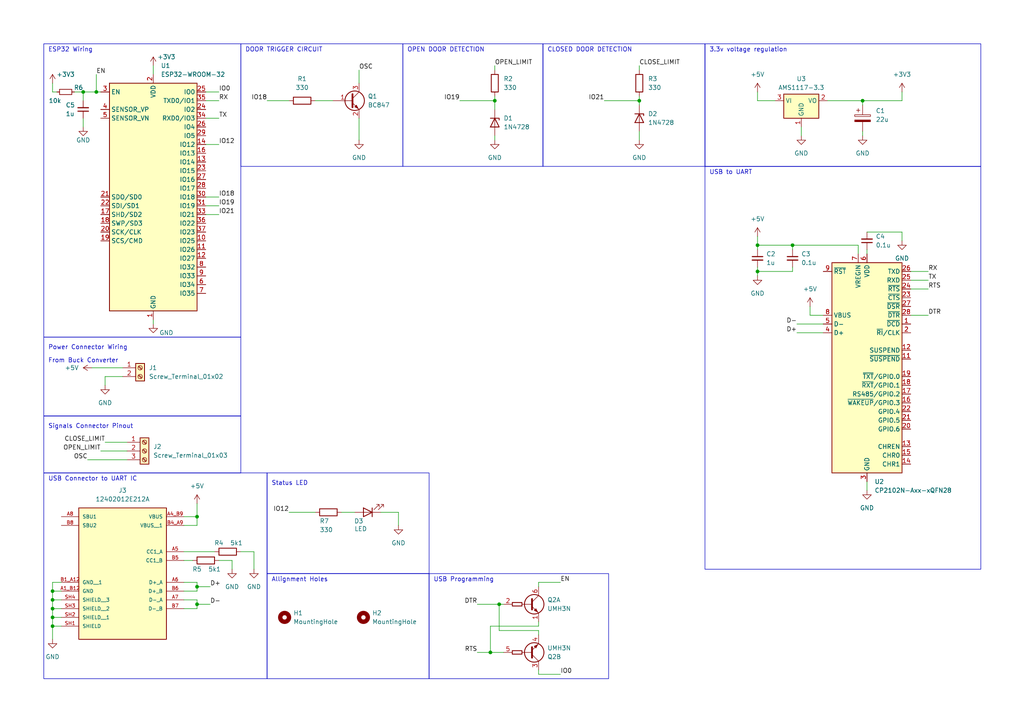
<source format=kicad_sch>
(kicad_sch (version 20230121) (generator eeschema)
  (paper "A4")
  (lib_symbols
    (symbol "Connector:Screw_Terminal_01x02" (pin_names (offset 1.016) hide)
      (property "Reference" "J" (at 0 2.54 0))
      (property "Value" "Screw_Terminal_01x02" (at 0 -5.08 0))
      (symbol "Screw_Terminal_01x02_1_1"
        (rectangle (start -1.27 1.27) (end 1.27 -3.81) (stroke (width 0.254)) (fill (type background)))
        (circle (center 0 -2.54) (radius 0.635) (stroke (width 0.1524)))
        (polyline (pts (xy -0.5334 -2.2098) (xy 0.3302 -3.048)) (stroke (width 0.1524)))
        (polyline (pts (xy -0.5334 0.3302) (xy 0.3302 -0.508)) (stroke (width 0.1524)))
        (polyline (pts (xy -0.3556 -2.032) (xy 0.508 -2.8702)) (stroke (width 0.1524)))
        (polyline (pts (xy -0.3556 0.508) (xy 0.508 -0.3302)) (stroke (width 0.1524)))
        (circle (center 0 0) (radius 0.635) (stroke (width 0.1524)))
        (pin passive line (at -5.08 0 0) (length 3.81) (name "Pin_1") (number "1"))
        (pin passive line (at -5.08 -2.54 0) (length 3.81) (name "Pin_2") (number "2"))
      )
    )
    (symbol "Connector:Screw_Terminal_01x03" (pin_names (offset 1.016) hide)
      (property "Reference" "J" (at 0 5.08 0))
      (property "Value" "Screw_Terminal_01x03" (at 0 -5.08 0))
      (symbol "Screw_Terminal_01x03_1_1"
        (rectangle (start -1.27 3.81) (end 1.27 -3.81) (stroke (width 0.254)) (fill (type background)))
        (circle (center 0 -2.54) (radius 0.635) (stroke (width 0.1524)))
        (polyline (pts (xy -0.5334 -2.2098) (xy 0.3302 -3.048)) (stroke (width 0.1524)))
        (polyline (pts (xy -0.5334 0.3302) (xy 0.3302 -0.508)) (stroke (width 0.1524)))
        (polyline (pts (xy -0.5334 2.8702) (xy 0.3302 2.032)) (stroke (width 0.1524)))
        (polyline (pts (xy -0.3556 -2.032) (xy 0.508 -2.8702)) (stroke (width 0.1524)))
        (polyline (pts (xy -0.3556 0.508) (xy 0.508 -0.3302)) (stroke (width 0.1524)))
        (polyline (pts (xy -0.3556 3.048) (xy 0.508 2.2098)) (stroke (width 0.1524)))
        (circle (center 0 0) (radius 0.635) (stroke (width 0.1524)))
        (circle (center 0 2.54) (radius 0.635) (stroke (width 0.1524)))
        (pin passive line (at -5.08 2.54 0) (length 3.81) (name "Pin_1") (number "1"))
        (pin passive line (at -5.08 0 0) (length 3.81) (name "Pin_2") (number "2"))
        (pin passive line (at -5.08 -2.54 0) (length 3.81) (name "Pin_3") (number "3"))
      )
    )
    (symbol "Device:C_Polarized" (pin_numbers hide) (pin_names (offset 0.254))
      (property "Reference" "C" (at 0.635 2.54 0))
      (property "Value" "C_Polarized" (at 0.635 -2.54 0))
      (symbol "C_Polarized_0_1"
        (rectangle (start -2.286 0.508) (end 2.286 1.016))
        (polyline (pts (xy -1.778 2.286) (xy -0.762 2.286)))
        (polyline (pts (xy -1.27 2.794) (xy -1.27 1.778)))
        (rectangle (start 2.286 -0.508) (end -2.286 -1.016) (fill (type outline)))
      )
      (symbol "C_Polarized_1_1"
        (pin passive line (at 0 3.81 270) (length 2.794) (name "~") (number "1"))
        (pin passive line (at 0 -3.81 90) (length 2.794) (name "~") (number "2"))
      )
    )
    (symbol "Device:C_Small" (pin_numbers hide) (pin_names (offset 0.254) hide)
      (property "Reference" "C" (at 0.254 1.778 0))
      (property "Value" "C_Small" (at 0.254 -2.032 0))
      (symbol "C_Small_0_1"
        (polyline (pts (xy -1.524 -0.508) (xy 1.524 -0.508)) (stroke (width 0.3302)))
        (polyline (pts (xy -1.524 0.508) (xy 1.524 0.508)) (stroke (width 0.3048)))
      )
      (symbol "C_Small_1_1"
        (pin passive line (at 0 2.54 270) (length 2.032) (name "~") (number "1"))
        (pin passive line (at 0 -2.54 90) (length 2.032) (name "~") (number "2"))
      )
    )
    (symbol "Device:LED" (pin_numbers hide) (pin_names (offset 1.016) hide)
      (property "Reference" "D" (at 0 2.54 0))
      (property "Value" "LED" (at 0 -2.54 0))
      (symbol "LED_0_1"
        (polyline (pts (xy -1.27 -1.27) (xy -1.27 1.27)) (stroke (width 0.254)))
        (polyline (pts (xy -1.27 0) (xy 1.27 0)))
        (polyline (pts (xy 1.27 -1.27) (xy 1.27 1.27) (xy -1.27 0) (xy 1.27 -1.27)) (stroke (width 0.254)))
        (polyline (pts (xy -3.048 -0.762) (xy -4.572 -2.286) (xy -3.81 -2.286) (xy -4.572 -2.286) (xy -4.572 -1.524)))
        (polyline (pts (xy -1.778 -0.762) (xy -3.302 -2.286) (xy -2.54 -2.286) (xy -3.302 -2.286) (xy -3.302 -1.524)))
      )
      (symbol "LED_1_1"
        (pin passive line (at -3.81 0 0) (length 2.54) (name "K") (number "1"))
        (pin passive line (at 3.81 0 180) (length 2.54) (name "A") (number "2"))
      )
    )
    (symbol "Device:R" (pin_numbers hide) (pin_names (offset 0))
      (property "Reference" "R" (at 2.032 0 90))
      (property "Value" "R" (at 0 0 90))
      (symbol "R_0_1"
        (rectangle (start -1.016 -2.54) (end 1.016 2.54) (stroke (width 0.254)))
      )
      (symbol "R_1_1"
        (pin passive line (at 0 3.81 270) (length 1.27) (name "~") (number "1"))
        (pin passive line (at 0 -3.81 90) (length 1.27) (name "~") (number "2"))
      )
    )
    (symbol "Device:R_Small" (pin_numbers hide) (pin_names (offset 0.254) hide)
      (property "Reference" "R" (at 0.762 0.508 0))
      (property "Value" "R_Small" (at 0.762 -1.016 0))
      (symbol "R_Small_0_1"
        (rectangle (start -0.762 1.778) (end 0.762 -1.778) (stroke (width 0.2032)))
      )
      (symbol "R_Small_1_1"
        (pin passive line (at 0 2.54 270) (length 0.762) (name "~") (number "1"))
        (pin passive line (at 0 -2.54 90) (length 0.762) (name "~") (number "2"))
      )
    )
    (symbol "Diode:1N47xxA" (pin_numbers hide) (pin_names hide)
      (property "Reference" "D" (at 0 2.54 0))
      (property "Value" "1N47xxA" (at 0 -2.54 0))
      (symbol "1N47xxA_0_1"
        (polyline (pts (xy 1.27 0) (xy -1.27 0)))
        (polyline (pts (xy -1.27 -1.27) (xy -1.27 1.27) (xy -0.762 1.27)) (stroke (width 0.254)))
        (polyline (pts (xy 1.27 -1.27) (xy 1.27 1.27) (xy -1.27 0) (xy 1.27 -1.27)) (stroke (width 0.254)))
      )
      (symbol "1N47xxA_1_1"
        (pin passive line (at -3.81 0 0) (length 2.54) (name "K") (number "1"))
        (pin passive line (at 3.81 0 180) (length 2.54) (name "A") (number "2"))
      )
    )
    (symbol "Interface_USB:CP2102N-Axx-xQFN28"
      (property "Reference" "U" (at -8.89 31.75 0))
      (property "Value" "CP2102N-Axx-xQFN28" (at 12.7 31.75 0))
      (symbol "CP2102N-Axx-xQFN28_0_1"
        (rectangle (start -10.16 30.48) (end 10.16 -30.48) (stroke (width 0.254)) (fill (type background)))
      )
      (symbol "CP2102N-Axx-xQFN28_1_1"
        (pin input line (at 12.7 12.7 180) (length 2.54) (name "~{DCD}") (number "1"))
        (pin no_connect line (at -10.16 -27.94 0) (length 2.54) hide (name "NC") (number "10"))
        (pin output line (at 12.7 2.54 180) (length 2.54) (name "~{SUSPEND}") (number "11"))
        (pin output line (at 12.7 5.08 180) (length 2.54) (name "SUSPEND") (number "12"))
        (pin output line (at 12.7 -22.86 180) (length 2.54) (name "CHREN") (number "13"))
        (pin output line (at 12.7 -27.94 180) (length 2.54) (name "CHR1") (number "14"))
        (pin output line (at 12.7 -25.4 180) (length 2.54) (name "CHR0") (number "15"))
        (pin bidirectional line (at 12.7 -10.16 180) (length 2.54) (name "~{WAKEUP}/GPIO.3") (number "16"))
        (pin bidirectional line (at 12.7 -7.62 180) (length 2.54) (name "RS485/GPIO.2") (number "17"))
        (pin bidirectional line (at 12.7 -5.08 180) (length 2.54) (name "~{RXT}/GPIO.1") (number "18"))
        (pin bidirectional line (at 12.7 -2.54 180) (length 2.54) (name "~{TXT}/GPIO.0") (number "19"))
        (pin bidirectional line (at 12.7 10.16 180) (length 2.54) (name "~{RI}/CLK") (number "2"))
        (pin bidirectional line (at 12.7 -17.78 180) (length 2.54) (name "GPIO.6") (number "20"))
        (pin bidirectional line (at 12.7 -15.24 180) (length 2.54) (name "GPIO.5") (number "21"))
        (pin bidirectional line (at 12.7 -12.7 180) (length 2.54) (name "GPIO.4") (number "22"))
        (pin input line (at 12.7 20.32 180) (length 2.54) (name "~{CTS}") (number "23"))
        (pin output line (at 12.7 22.86 180) (length 2.54) (name "~{RTS}") (number "24"))
        (pin input line (at 12.7 25.4 180) (length 2.54) (name "RXD") (number "25"))
        (pin output line (at 12.7 27.94 180) (length 2.54) (name "TXD") (number "26"))
        (pin input line (at 12.7 17.78 180) (length 2.54) (name "~{DSR}") (number "27"))
        (pin output line (at 12.7 15.24 180) (length 2.54) (name "~{DTR}") (number "28"))
        (pin passive line (at 0 -33.02 90) (length 2.54) hide (name "GND") (number "29"))
        (pin power_in line (at 0 -33.02 90) (length 2.54) (name "GND") (number "3"))
        (pin bidirectional line (at -12.7 10.16 0) (length 2.54) (name "D+") (number "4"))
        (pin bidirectional line (at -12.7 12.7 0) (length 2.54) (name "D-") (number "5"))
        (pin power_in line (at 0 33.02 270) (length 2.54) (name "VDD") (number "6"))
        (pin power_in line (at -2.54 33.02 270) (length 2.54) (name "VREGIN") (number "7"))
        (pin input line (at -12.7 15.24 0) (length 2.54) (name "VBUS") (number "8"))
        (pin input line (at -12.7 27.94 0) (length 2.54) (name "~{RST}") (number "9"))
      )
    )
    (symbol "Mechanical:MountingHole" (pin_names (offset 1.016))
      (property "Reference" "H" (at 0 5.08 0))
      (property "Value" "MountingHole" (at 0 3.175 0))
      (symbol "MountingHole_0_1"
        (circle (center 0 0) (radius 1.27) (stroke (width 1.27)))
      )
    )
    (symbol "RF_Module:ESP32-WROOM-32"
      (property "Reference" "U" (at -12.7 34.29 0))
      (property "Value" "ESP32-WROOM-32" (at 1.27 34.29 0))
      (symbol "ESP32-WROOM-32_0_1"
        (rectangle (start -12.7 33.02) (end 12.7 -33.02) (stroke (width 0.254)) (fill (type background)))
      )
      (symbol "ESP32-WROOM-32_1_1"
        (pin power_in line (at 0 -35.56 90) (length 2.54) (name "GND") (number "1"))
        (pin bidirectional line (at 15.24 -12.7 180) (length 2.54) (name "IO25") (number "10"))
        (pin bidirectional line (at 15.24 -15.24 180) (length 2.54) (name "IO26") (number "11"))
        (pin bidirectional line (at 15.24 -17.78 180) (length 2.54) (name "IO27") (number "12"))
        (pin bidirectional line (at 15.24 10.16 180) (length 2.54) (name "IO14") (number "13"))
        (pin bidirectional line (at 15.24 15.24 180) (length 2.54) (name "IO12") (number "14"))
        (pin passive line (at 0 -35.56 90) (length 2.54) hide (name "GND") (number "15"))
        (pin bidirectional line (at 15.24 12.7 180) (length 2.54) (name "IO13") (number "16"))
        (pin bidirectional line (at -15.24 -5.08 0) (length 2.54) (name "SHD/SD2") (number "17"))
        (pin bidirectional line (at -15.24 -7.62 0) (length 2.54) (name "SWP/SD3") (number "18"))
        (pin bidirectional line (at -15.24 -12.7 0) (length 2.54) (name "SCS/CMD") (number "19"))
        (pin power_in line (at 0 35.56 270) (length 2.54) (name "VDD") (number "2"))
        (pin bidirectional line (at -15.24 -10.16 0) (length 2.54) (name "SCK/CLK") (number "20"))
        (pin bidirectional line (at -15.24 0 0) (length 2.54) (name "SDO/SD0") (number "21"))
        (pin bidirectional line (at -15.24 -2.54 0) (length 2.54) (name "SDI/SD1") (number "22"))
        (pin bidirectional line (at 15.24 7.62 180) (length 2.54) (name "IO15") (number "23"))
        (pin bidirectional line (at 15.24 25.4 180) (length 2.54) (name "IO2") (number "24"))
        (pin bidirectional line (at 15.24 30.48 180) (length 2.54) (name "IO0") (number "25"))
        (pin bidirectional line (at 15.24 20.32 180) (length 2.54) (name "IO4") (number "26"))
        (pin bidirectional line (at 15.24 5.08 180) (length 2.54) (name "IO16") (number "27"))
        (pin bidirectional line (at 15.24 2.54 180) (length 2.54) (name "IO17") (number "28"))
        (pin bidirectional line (at 15.24 17.78 180) (length 2.54) (name "IO5") (number "29"))
        (pin input line (at -15.24 30.48 0) (length 2.54) (name "EN") (number "3"))
        (pin bidirectional line (at 15.24 0 180) (length 2.54) (name "IO18") (number "30"))
        (pin bidirectional line (at 15.24 -2.54 180) (length 2.54) (name "IO19") (number "31"))
        (pin no_connect line (at -12.7 -27.94 0) (length 2.54) hide (name "NC") (number "32"))
        (pin bidirectional line (at 15.24 -5.08 180) (length 2.54) (name "IO21") (number "33"))
        (pin bidirectional line (at 15.24 22.86 180) (length 2.54) (name "RXD0/IO3") (number "34"))
        (pin bidirectional line (at 15.24 27.94 180) (length 2.54) (name "TXD0/IO1") (number "35"))
        (pin bidirectional line (at 15.24 -7.62 180) (length 2.54) (name "IO22") (number "36"))
        (pin bidirectional line (at 15.24 -10.16 180) (length 2.54) (name "IO23") (number "37"))
        (pin passive line (at 0 -35.56 90) (length 2.54) hide (name "GND") (number "38"))
        (pin passive line (at 0 -35.56 90) (length 2.54) hide (name "GND") (number "39"))
        (pin input line (at -15.24 25.4 0) (length 2.54) (name "SENSOR_VP") (number "4"))
        (pin input line (at -15.24 22.86 0) (length 2.54) (name "SENSOR_VN") (number "5"))
        (pin input line (at 15.24 -25.4 180) (length 2.54) (name "IO34") (number "6"))
        (pin input line (at 15.24 -27.94 180) (length 2.54) (name "IO35") (number "7"))
        (pin bidirectional line (at 15.24 -20.32 180) (length 2.54) (name "IO32") (number "8"))
        (pin bidirectional line (at 15.24 -22.86 180) (length 2.54) (name "IO33") (number "9"))
      )
    )
    (symbol "Regulator_Linear:AMS1117-3.3"
      (property "Reference" "U" (at -3.81 3.175 0))
      (property "Value" "AMS1117-3.3" (at 0 3.175 0))
      (symbol "AMS1117-3.3_0_1"
        (rectangle (start -5.08 -5.08) (end 5.08 1.905) (stroke (width 0.254)) (fill (type background)))
      )
      (symbol "AMS1117-3.3_1_1"
        (pin power_in line (at 0 -7.62 90) (length 2.54) (name "GND") (number "1"))
        (pin power_out line (at 7.62 0 180) (length 2.54) (name "VO") (number "2"))
        (pin power_in line (at -7.62 0 0) (length 2.54) (name "VI") (number "3"))
      )
    )
    (symbol "Transistor_BJT:BC847" (pin_names (offset 0) hide)
      (property "Reference" "Q" (at 5.08 1.905 0))
      (property "Value" "BC847" (at 5.08 0 0))
      (symbol "BC847_0_1"
        (polyline (pts (xy 0.635 0.635) (xy 2.54 2.54)))
        (polyline (pts (xy 0.635 -0.635) (xy 2.54 -2.54) (xy 2.54 -2.54)))
        (polyline (pts (xy 0.635 1.905) (xy 0.635 -1.905) (xy 0.635 -1.905)) (stroke (width 0.508)))
        (polyline (pts (xy 1.27 -1.778) (xy 1.778 -1.27) (xy 2.286 -2.286) (xy 1.27 -1.778) (xy 1.27 -1.778)) (fill (type outline)))
        (circle (center 1.27 0) (radius 2.8194) (stroke (width 0.254)))
      )
      (symbol "BC847_1_1"
        (pin input line (at -5.08 0 0) (length 5.715) (name "B") (number "1"))
        (pin passive line (at 2.54 -5.08 90) (length 2.54) (name "E") (number "2"))
        (pin passive line (at 2.54 5.08 270) (length 2.54) (name "C") (number "3"))
      )
    )
    (symbol "Transistor_BJT:UMH3N" (pin_names hide)
      (property "Reference" "Q" (at 7.62 1.27 0))
      (property "Value" "UMH3N" (at 7.62 -1.27 0))
      (symbol "UMH3N_0_1"
        (polyline (pts (xy 3.175 0) (xy 0.254 0)))
        (polyline (pts (xy 3.175 0.635) (xy 5.08 2.54)))
        (polyline (pts (xy 3.175 1.524) (xy 3.175 -1.524)) (stroke (width 0.508)))
        (polyline (pts (xy 3.175 -0.635) (xy 5.08 -2.54) (xy 5.08 -2.54)))
        (polyline (pts (xy 3.81 -1.778) (xy 4.318 -1.27) (xy 4.826 -2.286) (xy 3.81 -1.778) (xy 3.81 -1.778)) (fill (type outline)))
        (rectangle (start 0.254 0.508) (end -2.54 -0.508) (stroke (width 0.254)))
        (circle (center 3.81 0) (radius 2.8194) (stroke (width 0.254)))
      )
      (symbol "UMH3N_1_1"
        (pin passive line (at 5.08 -5.08 90) (length 2.54) (name "E1") (number "1"))
        (pin input line (at -5.08 0 0) (length 2.54) (name "B1") (number "2"))
        (pin passive line (at 5.08 5.08 270) (length 2.54) (name "C1") (number "6"))
      )
      (symbol "UMH3N_2_1"
        (pin passive line (at 5.08 5.08 270) (length 2.54) (name "C2") (number "3"))
        (pin passive line (at 5.08 -5.08 90) (length 2.54) (name "E2") (number "4"))
        (pin input line (at -5.08 0 0) (length 2.54) (name "B2") (number "5"))
      )
    )
    (symbol "USB_C_2.0:12402012E212A" (pin_names (offset 1.016))
      (property "Reference" "J4" (at 0 17.78 0))
      (property "Value" "12402012E212A" (at 0 15.24 0))
      (symbol "12402012E212A_0_0"
        (rectangle (start -12.7 12.7) (end 12.7 -25.4) (stroke (width 0.254)) (fill (type background)))
        (pin power_in line (at -17.78 -11.43 0) (length 5.08) (name "GND") (number "A1_B12"))
        (pin power_in line (at 17.78 10.16 180) (length 5.08) (name "VBUS") (number "A4_B9"))
        (pin bidirectional line (at 17.78 0 180) (length 5.08) (name "CC1_A") (number "A5"))
        (pin bidirectional line (at 17.78 -8.89 180) (length 5.08) (name "D+_A") (number "A6"))
        (pin bidirectional line (at 17.78 -13.97 180) (length 5.08) (name "D-_A") (number "A7"))
        (pin bidirectional line (at -17.78 10.16 0) (length 5.08) (name "SBU1") (number "A8"))
        (pin power_in line (at -17.78 -8.89 0) (length 5.08) (name "GND__1") (number "B1_A12"))
        (pin power_in line (at 17.78 7.62 180) (length 5.08) (name "VBUS__1") (number "B4_A9"))
        (pin bidirectional line (at 17.78 -2.54 180) (length 5.08) (name "CC1_B") (number "B5"))
        (pin bidirectional line (at 17.78 -11.43 180) (length 5.08) (name "D+_B") (number "B6"))
        (pin bidirectional line (at 17.78 -16.51 180) (length 5.08) (name "D-_B") (number "B7"))
        (pin bidirectional line (at -17.78 7.62 0) (length 5.08) (name "SBU2") (number "B8"))
        (pin passive line (at -17.78 -21.59 0) (length 5.08) (name "SHIELD") (number "SH1"))
        (pin passive line (at -17.78 -19.05 0) (length 5.08) (name "SHIELD__1") (number "SH2"))
        (pin passive line (at -17.78 -16.51 0) (length 5.08) (name "SHIELD__2") (number "SH3"))
        (pin passive line (at -17.78 -13.97 0) (length 5.08) (name "SHIELD__3") (number "SH4"))
      )
    )
    (symbol "power:+3V3" (power) (pin_names (offset 0))
      (property "Value" "+3V3" (at 0 3.556 0))
      (symbol "+3V3_0_1"
        (polyline (pts (xy -0.762 1.27) (xy 0 2.54)))
        (polyline (pts (xy 0 0) (xy 0 2.54)))
        (polyline (pts (xy 0 2.54) (xy 0.762 1.27)))
      )
      (symbol "+3V3_1_1"
        (pin power_in line (at 0 0 90) (length 0) hide (name "+3V3") (number "1"))
      )
    )
    (symbol "power:+5V" (power) (pin_names (offset 0))
      (property "Value" "+5V" (at 0 3.556 0))
      (symbol "+5V_0_1"
        (polyline (pts (xy -0.762 1.27) (xy 0 2.54)))
        (polyline (pts (xy 0 0) (xy 0 2.54)))
        (polyline (pts (xy 0 2.54) (xy 0.762 1.27)))
      )
      (symbol "+5V_1_1"
        (pin power_in line (at 0 0 90) (length 0) hide (name "+5V") (number "1"))
      )
    )
    (symbol "power:GND" (power) (pin_names (offset 0))
      (property "Value" "GND" (at 0 -3.81 0))
      (symbol "GND_0_1"
        (polyline (pts (xy 0 0) (xy 0 -1.27) (xy 1.27 -1.27) (xy 0 -2.54) (xy -1.27 -1.27) (xy 0 -1.27)))
      )
      (symbol "GND_1_1"
        (pin power_in line (at 0 0 270) (length 0) hide (name "GND") (number "1"))
      )
    )
  )
  (junction (at 143.51 29.21))
  (junction (at 144.78 175.26))
  (junction (at 142.24 189.23))
  (junction (at 15.24 176.53))
  (junction (at 15.24 171.45))
  (junction (at 57.15 170.18))
  (junction (at 15.24 173.99))
  (junction (at 15.24 179.07))
  (junction (at 250.19 29.21))
  (junction (at 219.71 78.74))
  (junction (at 24.13 26.67))
  (junction (at 15.24 181.61))
  (junction (at 229.87 71.12))
  (junction (at 27.94 26.67))
  (junction (at 57.15 149.86))
  (junction (at 219.71 71.12))
  (junction (at 57.15 175.26))
  (junction (at 185.42 29.21))
  (wire (pts (xy 15.24 179.07) (xy 17.78 179.07)))
  (wire (pts (xy 15.24 24.13) (xy 15.24 26.67)))
  (wire (pts (xy 53.34 149.86) (xy 57.15 149.86)))
  (wire (pts (xy 63.5 29.21) (xy 59.69 29.21)))
  (wire (pts (xy 59.69 26.67) (xy 63.5 26.67)))
  (wire (pts (xy 156.21 195.58) (xy 162.56 195.58)))
  (wire (pts (xy 142.24 181.61) (xy 142.24 189.23)))
  (wire (pts (xy 229.87 78.74) (xy 219.71 78.74)))
  (wire (pts (xy 219.71 26.67) (xy 219.71 29.21)))
  (wire (pts (xy 264.16 81.28) (xy 269.24 81.28)))
  (wire (pts (xy 27.94 26.67) (xy 29.21 26.67)))
  (wire (pts (xy 248.92 71.12) (xy 248.92 73.66)))
  (wire (pts (xy 185.42 20.32) (xy 185.42 19.05)))
  (wire (pts (xy 232.41 36.83) (xy 232.41 39.37)))
  (wire (pts (xy 219.71 80.01) (xy 219.71 78.74)))
  (wire (pts (xy 250.19 30.48) (xy 250.19 29.21)))
  (wire (pts (xy 229.87 77.47) (xy 229.87 78.74)))
  (wire (pts (xy 59.69 62.23) (xy 63.5 62.23)))
  (wire (pts (xy 250.19 38.1) (xy 250.19 39.37)))
  (wire (pts (xy 219.71 78.74) (xy 219.71 77.47)))
  (wire (pts (xy 104.14 34.29) (xy 104.14 40.64)))
  (wire (pts (xy 44.45 19.05) (xy 44.45 21.59)))
  (wire (pts (xy 156.21 181.61) (xy 142.24 181.61)))
  (wire (pts (xy 142.24 189.23) (xy 146.05 189.23)))
  (wire (pts (xy 29.21 130.81) (xy 36.83 130.81)))
  (wire (pts (xy 251.46 139.7) (xy 251.46 142.24)))
  (wire (pts (xy 57.15 168.91) (xy 57.15 170.18)))
  (wire (pts (xy 15.24 179.07) (xy 15.24 181.61)))
  (wire (pts (xy 264.16 83.82) (xy 269.24 83.82)))
  (wire (pts (xy 24.13 26.67) (xy 24.13 29.21)))
  (wire (pts (xy 156.21 170.18) (xy 156.21 168.91)))
  (wire (pts (xy 15.24 181.61) (xy 17.78 181.61)))
  (wire (pts (xy 143.51 19.05) (xy 143.51 20.32)))
  (wire (pts (xy 229.87 72.39) (xy 229.87 71.12)))
  (wire (pts (xy 67.31 162.56) (xy 67.31 165.1)))
  (wire (pts (xy 144.78 175.26) (xy 146.05 175.26)))
  (wire (pts (xy 57.15 176.53) (xy 53.34 176.53)))
  (wire (pts (xy 24.13 36.83) (xy 24.13 34.29)))
  (wire (pts (xy 59.69 41.91) (xy 63.5 41.91)))
  (wire (pts (xy 53.34 173.99) (xy 57.15 173.99)))
  (wire (pts (xy 231.14 96.52) (xy 238.76 96.52)))
  (wire (pts (xy 57.15 173.99) (xy 57.15 175.26)))
  (wire (pts (xy 185.42 29.21) (xy 185.42 30.48)))
  (wire (pts (xy 185.42 40.64) (xy 185.42 38.1)))
  (wire (pts (xy 264.16 78.74) (xy 269.24 78.74)))
  (wire (pts (xy 99.06 148.59) (xy 102.87 148.59)))
  (wire (pts (xy 234.95 88.9) (xy 234.95 91.44)))
  (wire (pts (xy 143.51 40.64) (xy 143.51 39.37)))
  (wire (pts (xy 264.16 91.44) (xy 269.24 91.44)))
  (wire (pts (xy 261.62 26.67) (xy 261.62 29.21)))
  (wire (pts (xy 15.24 26.67) (xy 16.51 26.67)))
  (wire (pts (xy 156.21 168.91) (xy 162.56 168.91)))
  (wire (pts (xy 24.13 26.67) (xy 27.94 26.67)))
  (wire (pts (xy 143.51 29.21) (xy 143.51 31.75)))
  (wire (pts (xy 15.24 173.99) (xy 17.78 173.99)))
  (wire (pts (xy 219.71 71.12) (xy 219.71 72.39)))
  (wire (pts (xy 250.19 29.21) (xy 261.62 29.21)))
  (wire (pts (xy 57.15 170.18) (xy 60.96 170.18)))
  (wire (pts (xy 44.45 92.71) (xy 44.45 93.98)))
  (wire (pts (xy 57.15 149.86) (xy 57.15 146.05)))
  (wire (pts (xy 30.48 109.22) (xy 35.56 109.22)))
  (wire (pts (xy 144.78 175.26) (xy 144.78 182.88)))
  (wire (pts (xy 138.43 175.26) (xy 144.78 175.26)))
  (wire (pts (xy 229.87 71.12) (xy 248.92 71.12)))
  (wire (pts (xy 63.5 34.29) (xy 59.69 34.29)))
  (wire (pts (xy 63.5 162.56) (xy 67.31 162.56)))
  (wire (pts (xy 25.4 133.35) (xy 36.83 133.35)))
  (wire (pts (xy 219.71 68.58) (xy 219.71 71.12)))
  (wire (pts (xy 240.03 29.21) (xy 250.19 29.21)))
  (wire (pts (xy 175.26 29.21) (xy 185.42 29.21)))
  (wire (pts (xy 219.71 29.21) (xy 224.79 29.21)))
  (wire (pts (xy 57.15 152.4) (xy 57.15 149.86)))
  (wire (pts (xy 104.14 20.32) (xy 104.14 24.13)))
  (wire (pts (xy 57.15 175.26) (xy 60.96 175.26)))
  (wire (pts (xy 15.24 171.45) (xy 17.78 171.45)))
  (wire (pts (xy 15.24 176.53) (xy 17.78 176.53)))
  (wire (pts (xy 110.49 148.59) (xy 115.57 148.59)))
  (wire (pts (xy 57.15 170.18) (xy 57.15 171.45)))
  (wire (pts (xy 73.66 160.02) (xy 73.66 165.1)))
  (wire (pts (xy 219.71 71.12) (xy 229.87 71.12)))
  (wire (pts (xy 59.69 59.69) (xy 63.5 59.69)))
  (wire (pts (xy 115.57 148.59) (xy 115.57 152.4)))
  (wire (pts (xy 156.21 184.15) (xy 156.21 182.88)))
  (wire (pts (xy 77.47 29.21) (xy 83.82 29.21)))
  (wire (pts (xy 156.21 182.88) (xy 144.78 182.88)))
  (wire (pts (xy 185.42 29.21) (xy 185.42 27.94)))
  (wire (pts (xy 69.85 160.02) (xy 73.66 160.02)))
  (wire (pts (xy 30.48 111.76) (xy 30.48 109.22)))
  (wire (pts (xy 138.43 189.23) (xy 142.24 189.23)))
  (wire (pts (xy 15.24 168.91) (xy 15.24 171.45)))
  (wire (pts (xy 26.67 106.68) (xy 35.56 106.68)))
  (wire (pts (xy 234.95 91.44) (xy 238.76 91.44)))
  (wire (pts (xy 251.46 72.39) (xy 251.46 73.66)))
  (wire (pts (xy 83.82 148.59) (xy 91.44 148.59)))
  (wire (pts (xy 143.51 27.94) (xy 143.51 29.21)))
  (wire (pts (xy 15.24 181.61) (xy 15.24 185.42)))
  (wire (pts (xy 231.14 93.98) (xy 238.76 93.98)))
  (wire (pts (xy 53.34 152.4) (xy 57.15 152.4)))
  (wire (pts (xy 63.5 57.15) (xy 59.69 57.15)))
  (wire (pts (xy 156.21 195.58) (xy 156.21 194.31)))
  (wire (pts (xy 57.15 175.26) (xy 57.15 176.53)))
  (wire (pts (xy 53.34 160.02) (xy 62.23 160.02)))
  (wire (pts (xy 53.34 171.45) (xy 57.15 171.45)))
  (wire (pts (xy 261.62 67.31) (xy 261.62 69.85)))
  (wire (pts (xy 30.48 128.27) (xy 36.83 128.27)))
  (wire (pts (xy 91.44 29.21) (xy 96.52 29.21)))
  (wire (pts (xy 251.46 67.31) (xy 261.62 67.31)))
  (wire (pts (xy 53.34 168.91) (xy 57.15 168.91)))
  (wire (pts (xy 27.94 21.59) (xy 27.94 26.67)))
  (wire (pts (xy 17.78 168.91) (xy 15.24 168.91)))
  (wire (pts (xy 156.21 180.34) (xy 156.21 181.61)))
  (wire (pts (xy 15.24 176.53) (xy 15.24 179.07)))
  (wire (pts (xy 133.35 29.21) (xy 143.51 29.21)))
  (wire (pts (xy 15.24 173.99) (xy 15.24 176.53)))
  (wire (pts (xy 53.34 162.56) (xy 55.88 162.56)))
  (wire (pts (xy 15.24 171.45) (xy 15.24 173.99)))
  (wire (pts (xy 24.13 26.67) (xy 21.59 26.67)))
  (rectangle (start 12.7 12.7) (end 69.85 97.79))
  (rectangle (start 12.7 137.16) (end 77.47 196.85))
  (rectangle (start 157.48 12.7) (end 204.47 48.26))
  (rectangle (start 124.46 166.37) (end 176.53 196.85))
  (rectangle (start 116.84 12.7) (end 157.48 48.26))
  (rectangle (start 69.85 12.7) (end 116.84 48.26))
  (rectangle (start 77.47 166.37) (end 124.46 196.85))
  (rectangle (start 204.47 12.7) (end 284.48 48.26))
  (rectangle (start 204.47 48.26) (end 284.48 165.1))
  (rectangle (start 12.7 97.79) (end 69.85 120.65))
  (rectangle (start 12.7 120.65) (end 69.85 137.16))
  (rectangle (start 77.47 137.16) (end 124.46 166.37))
  (text "Status LED" (at 78.74 140.97 0) (effects (font (size 1.27 1.27)) (justify left bottom)))
  (text "DOOR TRIGGER CIRCUIT" (at 71.12 15.24 0) (effects (font (size 1.27 1.27)) (justify left bottom)))
  (text "ESP32 Wiring" (at 13.97 15.24 0) (effects (font (size 1.27 1.27)) (justify left bottom)))
  (text "Allignment Holes" (at 78.74 168.91 0) (effects (font (size 1.27 1.27)) (justify left bottom)))
  (text "Signals Connector Pinout" (at 13.97 124.46 0) (effects (font (size 1.27 1.27)) (justify left bottom)))
  (text "From Buck Converter" (at 13.97 105.41 0) (effects (font (size 1.27 1.27)) (justify left bottom)))
  (text "CLOSED DOOR DETECTION" (at 158.75 15.24 0) (effects (font (size 1.27 1.27)) (justify left bottom)))
  (text "USB to UART" (at 205.74 50.8 0) (effects (font (size 1.27 1.27)) (justify left bottom)))
  (text "Power Connector Wiring" (at 13.97 101.6 0) (effects (font (size 1.27 1.27)) (justify left bottom)))
  (text "3.3v voltage regulation" (at 205.74 15.24 0) (effects (font (size 1.27 1.27)) (justify left bottom)))
  (text "USB Connector to UART IC" (at 13.97 139.7 0) (effects (font (size 1.27 1.27)) (justify left bottom)))
  (text "OPEN DOOR DETECTION" (at 118.11 15.24 0) (effects (font (size 1.27 1.27)) (justify left bottom)))
  (text "USB Programming" (at 125.73 168.91 0) (effects (font (size 1.27 1.27)) (justify left bottom)))
  (label "IO12" (at 63.5 41.91 0))
  (label "IO21" (at 63.5 62.23 0))
  (label "D+" (at 231.14 96.52 180))
  (label "CLOSE_LIMIT" (at 185.42 19.05 0))
  (label "RX" (at 269.24 78.74 0))
  (label "DTR" (at 269.24 91.44 0))
  (label "IO21" (at 175.26 29.21 180))
  (label "EN" (at 27.94 21.59 0))
  (label "EN" (at 162.56 168.91 0))
  (label "TX" (at 269.24 81.28 0))
  (label "RX" (at 63.5 29.21 0))
  (label "OPEN_LIMIT" (at 29.21 130.81 180))
  (label "D-" (at 231.14 93.98 180))
  (label "CLOSE_LIMIT" (at 30.48 128.27 180))
  (label "D-" (at 60.96 175.26 0))
  (label "IO19" (at 133.35 29.21 180))
  (label "IO0" (at 162.56 195.58 0))
  (label "IO18" (at 77.47 29.21 180))
  (label "OSC" (at 104.14 20.32 0))
  (label "OPEN_LIMIT" (at 143.51 19.05 0))
  (label "TX" (at 63.5 34.29 0))
  (label "D+" (at 60.96 170.18 0))
  (label "IO12" (at 83.82 148.59 180))
  (label "DTR" (at 138.43 175.26 180))
  (label "IO0" (at 63.5 26.67 0))
  (label "OSC" (at 25.4 133.35 180))
  (label "IO18" (at 63.5 57.15 0))
  (label "RTS" (at 138.43 189.23 180))
  (label "RTS" (at 269.24 83.82 0))
  (label "IO19" (at 63.5 59.69 0))
  (symbol (lib_id "Device:R") (at 95.25 148.59 90) (unit 1)
    (property "Reference" "R7" (at 92.71 151.13 90) (effects (justify right)))
    (property "Value" "330" (at 92.71 153.67 90) (effects (justify right)))
    (property "Footprint" "Resistor_SMD:R_0603_1608Metric_Pad0.98x0.95mm_HandSolder" (effects hide))
  )
  (symbol (lib_id "power:GND") (at 30.48 111.76 0) (unit 1)
    (property "Reference" "#PWR05" (effects hide))
    (property "Value" "GND" (at 30.48 116.84 0))
  )
  (symbol (lib_id "Device:C_Small") (at 251.46 69.85 180) (unit 1)
    (property "Reference" "C4" (at 254 68.5736 0) (effects (justify right)))
    (property "Value" "0.1u" (at 254 71.1136 0) (effects (justify right)))
    (property "Footprint" "Capacitor_SMD:C_0603_1608Metric_Pad1.08x0.95mm_HandSolder" (effects hide))
  )
  (symbol (lib_id "power:GND") (at 261.62 69.85 0) (unit 1)
    (property "Reference" "#PWR019" (effects hide))
    (property "Value" "GND" (at 261.62 74.93 0))
  )
  (symbol (lib_id "power:+5V") (at 57.15 146.05 0) (unit 1)
    (property "Reference" "#PWR023" (effects hide))
    (property "Value" "+5V" (at 57.15 140.97 0))
  )
  (symbol (lib_id "power:+3V3") (at 15.24 24.13 0) (unit 1)
    (property "Reference" "#PWR020" (effects hide))
    (property "Value" "+3V3" (at 19.05 21.59 0))
  )
  (symbol (lib_id "Interface_USB:CP2102N-Axx-xQFN28") (at 251.46 106.68 0) (unit 1)
    (property "Reference" "U2" (at 253.6541 139.7 0) (effects (justify left)))
    (property "Value" "CP2102N-Axx-xQFN28" (at 253.6541 142.24 0) (effects (justify left)))
    (property "Footprint" "Package_DFN_QFN:QFN-28-1EP_5x5mm_P0.5mm_EP3.35x3.35mm" (effects hide))
    (property "Datasheet" "https://www.silabs.com/documents/public/data-sheets/cp2102n-datasheet.pdf" (effects hide))
  )
  (symbol (lib_id "power:GND") (at 250.19 39.37 0) (unit 1)
    (property "Reference" "#PWR012" (effects hide))
    (property "Value" "GND" (at 250.19 44.45 0))
  )
  (symbol (lib_id "power:GND") (at 232.41 39.37 0) (unit 1)
    (property "Reference" "#PWR011" (effects hide))
    (property "Value" "GND" (at 232.41 44.45 0))
  )
  (symbol (lib_id "Device:R_Small") (at 19.05 26.67 90) (unit 1)
    (property "Reference" "R6" (at 24.13 25.4 90) (effects (justify left)))
    (property "Value" "10k" (at 17.78 29.21 90) (effects (justify left)))
    (property "Footprint" "Resistor_SMD:R_0603_1608Metric_Pad0.98x0.95mm_HandSolder" (effects hide))
  )
  (symbol (lib_id "power:GND") (at 251.46 142.24 0) (unit 1)
    (property "Reference" "#PWR08" (effects hide))
    (property "Value" "GND" (at 251.46 147.32 0))
  )
  (symbol (lib_id "power:GND") (at 73.66 165.1 0) (unit 1)
    (property "Reference" "#PWR025" (effects hide))
    (property "Value" "GND" (at 73.66 170.18 0))
  )
  (symbol (lib_id "Transistor_BJT:UMH3N") (at 151.13 189.23 0) (mirror x) (unit 2)
    (property "Reference" "Q2" (at 158.75 190.5 0) (effects (justify left)))
    (property "Value" "UMH3N" (at 158.75 187.96 0) (effects (justify left)))
    (property "Footprint" "Package_TO_SOT_SMD:SOT-363_SC-70-6" (effects hide))
    (property "Datasheet" "http://rohmfs.rohm.com/en/products/databook/datasheet/discrete/transistor/digital/emh3t2r-e.pdf" (effects hide))
  )
  (symbol (lib_id "power:+3V3") (at 44.45 19.05 0) (unit 1)
    (property "Reference" "#PWR022" (effects hide))
    (property "Value" "+3V3" (at 48.26 16.51 0))
  )
  (symbol (lib_id "Device:LED") (at 106.68 148.59 180) (unit 1)
    (property "Reference" "D3" (at 105.41 151.13 0) (effects (justify left)))
    (property "Value" "LED" (at 106.4577 153.3893 0) (effects (justify left)))
    (property "Footprint" "LED_SMD:LED_0603_1608Metric_Pad1.05x0.95mm_HandSolder" (effects hide))
  )
  (symbol (lib_id "Connector:Screw_Terminal_01x03") (at 41.91 130.81 0) (unit 1)
    (property "Reference" "J2" (at 44.45 129.54 0) (effects (justify left)))
    (property "Value" "Screw_Terminal_01x03" (at 44.45 132.08 0) (effects (justify left)))
    (property "Footprint" "TerminalBlock_Phoenix:TerminalBlock_Phoenix_MKDS-1,5-3-5.08_1x03_P5.08mm_Horizontal" (effects hide))
  )
  (symbol (lib_id "power:GND") (at 185.42 40.64 0) (unit 1)
    (property "Reference" "#PWR03" (effects hide))
    (property "Value" "GND" (at 185.42 45.72 0))
  )
  (symbol (lib_id "power:GND") (at 44.45 93.98 0) (unit 1)
    (property "Reference" "#PWR06" (effects hide))
    (property "Value" "GND" (at 48.26 96.52 0))
  )
  (symbol (lib_id "power:+3V3") (at 261.62 26.67 0) (unit 1)
    (property "Reference" "#PWR015" (effects hide))
    (property "Value" "+3V3" (at 261.62 21.59 0))
  )
  (symbol (lib_id "Transistor_BJT:BC847") (at 101.6 29.21 0) (unit 1)
    (property "Reference" "Q1" (at 106.68 27.94 0) (effects (justify left)))
    (property "Value" "BC847" (at 106.68 30.48 0) (effects (justify left)))
    (property "Footprint" "Package_TO_SOT_SMD:SOT-23" (effects hide))
    (property "Datasheet" "http://www.infineon.com/dgdl/Infineon-BC847SERIES_BC848SERIES_BC849SERIES_BC850SERIES-DS-v01_01-en.pdf?fileId=db3a304314dca389011541d4630a1657" (effects hide))
  )
  (symbol (lib_id "USB_C_2.0:12402012E212A") (at 35.56 160.02 0) (unit 1)
    (property "Reference" "J3" (at 35.56 142.24 0))
    (property "Value" "12402012E212A" (at 35.56 144.78 0))
    (property "Footprint" "CustomLibrary:AMPHENOL_12402012E212A" (effects hide))
    (property "PARTREV" "4" (effects hide))
    (property "STANDARD" "Manufacturer Recommendations" (effects hide))
    (property "MAXIMUM_PACKAGE_HEIGHT" "3.26 mm" (effects hide))
    (property "MANUFACTURER" "Amphenol" (effects hide))
  )
  (symbol (lib_id "power:+5V") (at 219.71 68.58 0) (unit 1)
    (property "Reference" "#PWR017" (effects hide))
    (property "Value" "+5V" (at 219.71 63.5 0))
  )
  (symbol (lib_id "power:GND") (at 219.71 80.01 0) (unit 1)
    (property "Reference" "#PWR018" (effects hide))
    (property "Value" "GND" (at 219.71 85.09 0))
  )
  (symbol (lib_id "power:GND") (at 104.14 40.64 0) (unit 1)
    (property "Reference" "#PWR04" (effects hide))
    (property "Value" "GND" (at 104.14 45.72 0))
  )
  (symbol (lib_id "power:GND") (at 115.57 152.4 0) (unit 1)
    (property "Reference" "#PWR07" (effects hide))
    (property "Value" "GND" (at 115.57 157.48 0))
  )
  (symbol (lib_id "Device:R") (at 66.04 160.02 90) (unit 1)
    (property "Reference" "R4" (at 63.5 157.48 90))
    (property "Value" "5k1" (at 68.58 157.48 90))
    (property "Footprint" "Resistor_SMD:R_0603_1608Metric_Pad0.98x0.95mm_HandSolder" (effects hide))
  )
  (symbol (lib_id "Mechanical:MountingHole") (at 105.41 179.07 0) (unit 1)
    (property "Reference" "H2" (at 107.95 177.8 0) (effects (justify left)))
    (property "Value" "MountingHole" (at 107.95 180.34 0) (effects (justify left)))
    (property "Footprint" "MountingHole:MountingHole_2.5mm" (effects hide))
  )
  (symbol (lib_id "Device:R") (at 59.69 162.56 90) (unit 1)
    (property "Reference" "R5" (at 57.15 165.1 90))
    (property "Value" "5k1" (at 62.23 165.1 90))
    (property "Footprint" "Resistor_SMD:R_0603_1608Metric_Pad0.98x0.95mm_HandSolder" (effects hide))
  )
  (symbol (lib_id "Diode:1N47xxA") (at 185.42 34.29 270) (unit 1)
    (property "Reference" "D2" (at 187.96 33.02 90) (effects (justify left)))
    (property "Value" "1N4728" (at 187.96 35.56 90) (effects (justify left)))
    (property "Footprint" "Diode_SMD:D_SOD-323F" (effects hide))
    (property "Datasheet" "https://www.vishay.com/docs/85816/1n4728a.pdf" (effects hide))
  )
  (symbol (lib_id "Mechanical:MountingHole") (at 82.55 179.07 0) (unit 1)
    (property "Reference" "H1" (at 85.09 177.8 0) (effects (justify left)))
    (property "Value" "MountingHole" (at 85.09 180.34 0) (effects (justify left)))
    (property "Footprint" "MountingHole:MountingHole_2.5mm" (effects hide))
  )
  (symbol (lib_id "RF_Module:ESP32-WROOM-32") (at 44.45 57.15 0) (unit 1)
    (property "Reference" "U1" (at 46.6441 19.05 0) (effects (justify left)))
    (property "Value" "ESP32-WROOM-32" (at 46.6441 21.59 0) (effects (justify left)))
    (property "Footprint" "RF_Module:ESP32-WROOM-32" (effects hide))
    (property "Datasheet" "https://www.espressif.com/sites/default/files/documentation/esp32-wroom-32_datasheet_en.pdf" (effects hide))
  )
  (symbol (lib_id "Device:C_Small") (at 219.71 74.93 0) (unit 1)
    (property "Reference" "C2" (at 222.25 73.6663 0) (effects (justify left)))
    (property "Value" "1u" (at 222.25 76.2063 0) (effects (justify left)))
    (property "Footprint" "Capacitor_SMD:C_0603_1608Metric_Pad1.08x0.95mm_HandSolder" (effects hide))
  )
  (symbol (lib_id "Regulator_Linear:AMS1117-3.3") (at 232.41 29.21 0) (unit 1)
    (property "Reference" "U3" (at 232.41 22.86 0))
    (property "Value" "AMS1117-3.3" (at 232.41 25.4 0))
    (property "Footprint" "Package_TO_SOT_SMD:SOT-223-3_TabPin2" (effects hide))
    (property "Datasheet" "http://www.advanced-monolithic.com/pdf/ds1117.pdf" (effects hide))
  )
  (symbol (lib_id "Device:C_Polarized") (at 250.19 34.29 0) (unit 1)
    (property "Reference" "C1" (at 254 32.131 0) (effects (justify left)))
    (property "Value" "22u" (at 254 34.671 0) (effects (justify left)))
    (property "Footprint" "Capacitor_SMD:C_0603_1608Metric_Pad1.08x0.95mm_HandSolder" (effects hide))
  )
  (symbol (lib_id "Diode:1N47xxA") (at 143.51 35.56 270) (unit 1)
    (property "Reference" "D1" (at 146.05 34.29 90) (effects (justify left)))
    (property "Value" "1N4728" (at 146.05 36.83 90) (effects (justify left)))
    (property "Footprint" "Diode_SMD:D_SOD-323F" (effects hide))
    (property "Datasheet" "https://www.vishay.com/docs/85816/1n4728a.pdf" (effects hide))
  )
  (symbol (lib_id "Device:R") (at 143.51 24.13 180) (unit 1)
    (property "Reference" "R2" (at 146.05 22.86 0) (effects (justify right)))
    (property "Value" "330" (at 146.05 25.4 0) (effects (justify right)))
    (property "Footprint" "Resistor_SMD:R_0603_1608Metric_Pad0.98x0.95mm_HandSolder" (effects hide))
  )
  (symbol (lib_id "power:GND") (at 15.24 185.42 0) (unit 1)
    (property "Reference" "#PWR026" (effects hide))
    (property "Value" "GND" (at 15.24 190.5 0))
  )
  (symbol (lib_id "Transistor_BJT:UMH3N") (at 151.13 175.26 0) (unit 1)
    (property "Reference" "Q2" (at 158.75 173.99 0) (effects (justify left)))
    (property "Value" "UMH3N" (at 158.75 176.53 0) (effects (justify left)))
    (property "Footprint" "Package_TO_SOT_SMD:SOT-363_SC-70-6" (effects hide))
    (property "Datasheet" "http://rohmfs.rohm.com/en/products/databook/datasheet/discrete/transistor/digital/emh3t2r-e.pdf" (effects hide))
  )
  (symbol (lib_id "Device:R") (at 185.42 24.13 180) (unit 1)
    (property "Reference" "R3" (at 187.96 22.86 0) (effects (justify right)))
    (property "Value" "330" (at 187.96 25.4 0) (effects (justify right)))
    (property "Footprint" "Resistor_SMD:R_0603_1608Metric_Pad0.98x0.95mm_HandSolder" (effects hide))
  )
  (symbol (lib_id "power:+5V") (at 219.71 26.67 0) (unit 1)
    (property "Reference" "#PWR014" (effects hide))
    (property "Value" "+5V" (at 219.71 21.59 0))
  )
  (symbol (lib_id "power:+5V") (at 234.95 88.9 0) (unit 1)
    (property "Reference" "#PWR016" (effects hide))
    (property "Value" "+5V" (at 234.95 83.82 0))
  )
  (symbol (lib_id "Device:R") (at 87.63 29.21 90) (unit 1)
    (property "Reference" "R1" (at 87.63 22.86 90))
    (property "Value" "330" (at 87.63 25.4 90))
    (property "Footprint" "Resistor_SMD:R_0603_1608Metric_Pad0.98x0.95mm_HandSolder" (effects hide))
  )
  (symbol (lib_id "power:GND") (at 143.51 40.64 0) (unit 1)
    (property "Reference" "#PWR01" (effects hide))
    (property "Value" "GND" (at 143.51 45.72 0))
  )
  (symbol (lib_id "power:GND") (at 24.13 36.83 0) (unit 1)
    (property "Reference" "#PWR021" (effects hide))
    (property "Value" "GND" (at 24.13 40.64 0))
  )
  (symbol (lib_id "Device:C_Small") (at 24.13 31.75 180) (unit 1)
    (property "Reference" "C5" (at 19.05 30.48 0) (effects (justify right)))
    (property "Value" "1u" (at 19.05 33.02 0) (effects (justify right)))
    (property "Footprint" "Capacitor_SMD:C_0603_1608Metric_Pad1.08x0.95mm_HandSolder" (effects hide))
  )
  (symbol (lib_id "Connector:Screw_Terminal_01x02") (at 40.64 106.68 0) (unit 1)
    (property "Reference" "J1" (at 43.18 106.68 0) (effects (justify left)))
    (property "Value" "Screw_Terminal_01x02" (at 43.18 109.22 0) (effects (justify left)))
    (property "Footprint" "TerminalBlock_Phoenix:TerminalBlock_Phoenix_MKDS-1,5-2-5.08_1x02_P5.08mm_Horizontal" (effects hide))
  )
  (symbol (lib_id "Device:C_Small") (at 229.87 74.93 0) (unit 1)
    (property "Reference" "C3" (at 232.41 73.6663 0) (effects (justify left)))
    (property "Value" "0.1u" (at 232.41 76.2063 0) (effects (justify left)))
    (property "Footprint" "Capacitor_SMD:C_0603_1608Metric_Pad1.08x0.95mm_HandSolder" (effects hide))
  )
  (symbol (lib_id "power:+5V") (at 26.67 106.68 90) (unit 1)
    (property "Reference" "#PWR02" (effects hide))
    (property "Value" "+5V" (at 22.86 106.68 90) (effects (justify left)))
  )
  (symbol (lib_id "power:GND") (at 67.31 165.1 0) (unit 1)
    (property "Reference" "#PWR024" (effects hide))
    (property "Value" "GND" (at 67.31 170.18 0))
  )
)
</source>
